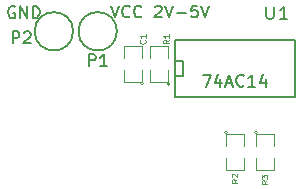
<source format=gto>
G04 (created by PCBNEW (2013-07-07 BZR 4022)-stable) date 1/5/2014 2:00:07 AM*
%MOIN*%
G04 Gerber Fmt 3.4, Leading zero omitted, Abs format*
%FSLAX34Y34*%
G01*
G70*
G90*
G04 APERTURE LIST*
%ADD10C,0.00590551*%
%ADD11C,0.008*%
%ADD12C,0.0039*%
%ADD13C,0.005*%
%ADD14C,0.0043*%
G04 APERTURE END LIST*
G54D10*
G54D11*
X79200Y-41220D02*
X79200Y-43120D01*
X79200Y-43120D02*
X75200Y-43120D01*
X75200Y-43120D02*
X75200Y-41220D01*
X75200Y-41220D02*
X79200Y-41220D01*
X75200Y-41920D02*
X75450Y-41920D01*
X75450Y-41920D02*
X75450Y-42420D01*
X75450Y-42420D02*
X75200Y-42420D01*
G54D12*
X74150Y-42690D02*
G75*
G03X74150Y-42690I-50J0D01*
G74*
G01*
X74100Y-42240D02*
X74100Y-42640D01*
X74100Y-42640D02*
X73500Y-42640D01*
X73500Y-42640D02*
X73500Y-42240D01*
X73500Y-41840D02*
X73500Y-41440D01*
X73500Y-41440D02*
X74100Y-41440D01*
X74100Y-41440D02*
X74100Y-41840D01*
X76950Y-44310D02*
G75*
G03X76950Y-44310I-50J0D01*
G74*
G01*
X76900Y-44760D02*
X76900Y-44360D01*
X76900Y-44360D02*
X77500Y-44360D01*
X77500Y-44360D02*
X77500Y-44760D01*
X77500Y-45160D02*
X77500Y-45560D01*
X77500Y-45560D02*
X76900Y-45560D01*
X76900Y-45560D02*
X76900Y-45160D01*
X77950Y-44310D02*
G75*
G03X77950Y-44310I-50J0D01*
G74*
G01*
X77900Y-44760D02*
X77900Y-44360D01*
X77900Y-44360D02*
X78500Y-44360D01*
X78500Y-44360D02*
X78500Y-44760D01*
X78500Y-45160D02*
X78500Y-45560D01*
X78500Y-45560D02*
X77900Y-45560D01*
X77900Y-45560D02*
X77900Y-45160D01*
X75030Y-42690D02*
G75*
G03X75030Y-42690I-50J0D01*
G74*
G01*
X74980Y-42240D02*
X74980Y-42640D01*
X74980Y-42640D02*
X74380Y-42640D01*
X74380Y-42640D02*
X74380Y-42240D01*
X74380Y-41840D02*
X74380Y-41440D01*
X74380Y-41440D02*
X74980Y-41440D01*
X74980Y-41440D02*
X74980Y-41840D01*
G54D10*
X73260Y-40940D02*
G75*
G03X73260Y-40940I-640J0D01*
G74*
G01*
X71800Y-40940D02*
G75*
G03X71800Y-40940I-640J0D01*
G74*
G01*
G54D13*
X78237Y-40121D02*
X78237Y-40445D01*
X78258Y-40483D01*
X78280Y-40502D01*
X78322Y-40521D01*
X78408Y-40521D01*
X78451Y-40502D01*
X78472Y-40483D01*
X78494Y-40445D01*
X78494Y-40121D01*
X78944Y-40521D02*
X78687Y-40521D01*
X78815Y-40521D02*
X78815Y-40121D01*
X78772Y-40179D01*
X78730Y-40217D01*
X78687Y-40236D01*
X76123Y-42381D02*
X76390Y-42381D01*
X76219Y-42781D01*
X76714Y-42515D02*
X76714Y-42781D01*
X76619Y-42362D02*
X76523Y-42648D01*
X76771Y-42648D01*
X76904Y-42667D02*
X77095Y-42667D01*
X76866Y-42781D02*
X77000Y-42381D01*
X77133Y-42781D01*
X77495Y-42743D02*
X77476Y-42762D01*
X77419Y-42781D01*
X77380Y-42781D01*
X77323Y-42762D01*
X77285Y-42724D01*
X77266Y-42686D01*
X77247Y-42610D01*
X77247Y-42553D01*
X77266Y-42477D01*
X77285Y-42439D01*
X77323Y-42400D01*
X77380Y-42381D01*
X77419Y-42381D01*
X77476Y-42400D01*
X77495Y-42420D01*
X77876Y-42781D02*
X77647Y-42781D01*
X77761Y-42781D02*
X77761Y-42381D01*
X77723Y-42439D01*
X77685Y-42477D01*
X77647Y-42496D01*
X78219Y-42515D02*
X78219Y-42781D01*
X78123Y-42362D02*
X78028Y-42648D01*
X78276Y-42648D01*
G54D14*
X74200Y-41232D02*
X74210Y-41242D01*
X74219Y-41270D01*
X74219Y-41289D01*
X74210Y-41317D01*
X74191Y-41336D01*
X74172Y-41345D01*
X74135Y-41354D01*
X74107Y-41354D01*
X74069Y-41345D01*
X74050Y-41336D01*
X74032Y-41317D01*
X74022Y-41289D01*
X74022Y-41270D01*
X74032Y-41242D01*
X74041Y-41232D01*
X74219Y-41045D02*
X74219Y-41157D01*
X74219Y-41101D02*
X74022Y-41101D01*
X74050Y-41120D01*
X74069Y-41139D01*
X74079Y-41157D01*
X77279Y-45872D02*
X77185Y-45938D01*
X77279Y-45985D02*
X77082Y-45985D01*
X77082Y-45910D01*
X77092Y-45891D01*
X77101Y-45882D01*
X77120Y-45872D01*
X77148Y-45872D01*
X77167Y-45882D01*
X77176Y-45891D01*
X77185Y-45910D01*
X77185Y-45985D01*
X77101Y-45797D02*
X77092Y-45788D01*
X77082Y-45769D01*
X77082Y-45722D01*
X77092Y-45703D01*
X77101Y-45694D01*
X77120Y-45685D01*
X77139Y-45685D01*
X77167Y-45694D01*
X77279Y-45807D01*
X77279Y-45685D01*
X78279Y-45912D02*
X78185Y-45978D01*
X78279Y-46025D02*
X78082Y-46025D01*
X78082Y-45950D01*
X78092Y-45931D01*
X78101Y-45922D01*
X78120Y-45912D01*
X78148Y-45912D01*
X78167Y-45922D01*
X78176Y-45931D01*
X78185Y-45950D01*
X78185Y-46025D01*
X78082Y-45847D02*
X78082Y-45725D01*
X78157Y-45790D01*
X78157Y-45762D01*
X78167Y-45743D01*
X78176Y-45734D01*
X78195Y-45725D01*
X78242Y-45725D01*
X78260Y-45734D01*
X78270Y-45743D01*
X78279Y-45762D01*
X78279Y-45819D01*
X78270Y-45837D01*
X78260Y-45847D01*
X74999Y-41232D02*
X74905Y-41298D01*
X74999Y-41345D02*
X74802Y-41345D01*
X74802Y-41270D01*
X74812Y-41251D01*
X74821Y-41242D01*
X74840Y-41232D01*
X74868Y-41232D01*
X74887Y-41242D01*
X74896Y-41251D01*
X74905Y-41270D01*
X74905Y-41345D01*
X74999Y-41045D02*
X74999Y-41157D01*
X74999Y-41101D02*
X74802Y-41101D01*
X74830Y-41120D01*
X74849Y-41139D01*
X74859Y-41157D01*
G54D10*
X72329Y-42099D02*
X72329Y-41705D01*
X72479Y-41705D01*
X72516Y-41724D01*
X72535Y-41743D01*
X72554Y-41780D01*
X72554Y-41836D01*
X72535Y-41874D01*
X72516Y-41893D01*
X72479Y-41911D01*
X72329Y-41911D01*
X72929Y-42099D02*
X72704Y-42099D01*
X72816Y-42099D02*
X72816Y-41705D01*
X72779Y-41761D01*
X72741Y-41799D01*
X72704Y-41818D01*
X73068Y-40085D02*
X73200Y-40479D01*
X73331Y-40085D01*
X73687Y-40441D02*
X73668Y-40460D01*
X73612Y-40479D01*
X73575Y-40479D01*
X73518Y-40460D01*
X73481Y-40423D01*
X73462Y-40385D01*
X73443Y-40310D01*
X73443Y-40254D01*
X73462Y-40179D01*
X73481Y-40141D01*
X73518Y-40104D01*
X73575Y-40085D01*
X73612Y-40085D01*
X73668Y-40104D01*
X73687Y-40123D01*
X74081Y-40441D02*
X74062Y-40460D01*
X74006Y-40479D01*
X73968Y-40479D01*
X73912Y-40460D01*
X73875Y-40423D01*
X73856Y-40385D01*
X73837Y-40310D01*
X73837Y-40254D01*
X73856Y-40179D01*
X73875Y-40141D01*
X73912Y-40104D01*
X73968Y-40085D01*
X74006Y-40085D01*
X74062Y-40104D01*
X74081Y-40123D01*
X74531Y-40123D02*
X74550Y-40104D01*
X74587Y-40085D01*
X74681Y-40085D01*
X74718Y-40104D01*
X74737Y-40123D01*
X74756Y-40160D01*
X74756Y-40198D01*
X74737Y-40254D01*
X74512Y-40479D01*
X74756Y-40479D01*
X74868Y-40085D02*
X74999Y-40479D01*
X75131Y-40085D01*
X75262Y-40329D02*
X75562Y-40329D01*
X75937Y-40085D02*
X75749Y-40085D01*
X75731Y-40273D01*
X75749Y-40254D01*
X75787Y-40235D01*
X75881Y-40235D01*
X75918Y-40254D01*
X75937Y-40273D01*
X75956Y-40310D01*
X75956Y-40404D01*
X75937Y-40441D01*
X75918Y-40460D01*
X75881Y-40479D01*
X75787Y-40479D01*
X75749Y-40460D01*
X75731Y-40441D01*
X76068Y-40085D02*
X76199Y-40479D01*
X76331Y-40085D01*
X69789Y-41339D02*
X69789Y-40945D01*
X69939Y-40945D01*
X69976Y-40964D01*
X69995Y-40983D01*
X70014Y-41020D01*
X70014Y-41076D01*
X69995Y-41114D01*
X69976Y-41133D01*
X69939Y-41151D01*
X69789Y-41151D01*
X70164Y-40983D02*
X70183Y-40964D01*
X70220Y-40945D01*
X70314Y-40945D01*
X70351Y-40964D01*
X70370Y-40983D01*
X70389Y-41020D01*
X70389Y-41058D01*
X70370Y-41114D01*
X70145Y-41339D01*
X70389Y-41339D01*
X69860Y-40124D02*
X69822Y-40105D01*
X69766Y-40105D01*
X69710Y-40124D01*
X69672Y-40161D01*
X69653Y-40199D01*
X69635Y-40274D01*
X69635Y-40330D01*
X69653Y-40405D01*
X69672Y-40443D01*
X69710Y-40480D01*
X69766Y-40499D01*
X69803Y-40499D01*
X69860Y-40480D01*
X69878Y-40461D01*
X69878Y-40330D01*
X69803Y-40330D01*
X70047Y-40499D02*
X70047Y-40105D01*
X70272Y-40499D01*
X70272Y-40105D01*
X70459Y-40499D02*
X70459Y-40105D01*
X70553Y-40105D01*
X70609Y-40124D01*
X70647Y-40161D01*
X70666Y-40199D01*
X70684Y-40274D01*
X70684Y-40330D01*
X70666Y-40405D01*
X70647Y-40443D01*
X70609Y-40480D01*
X70553Y-40499D01*
X70459Y-40499D01*
M02*

</source>
